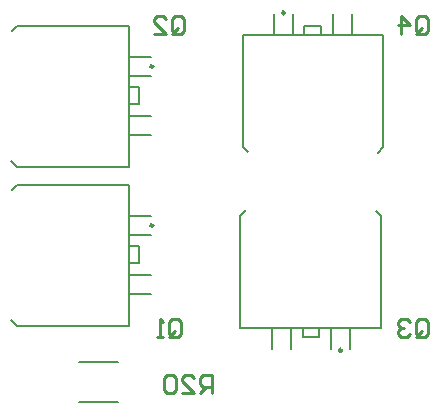
<source format=gbo>
G04*
G04 #@! TF.GenerationSoftware,Altium Limited,Altium Designer,18.1.11 (251)*
G04*
G04 Layer_Color=32896*
%FSLAX44Y44*%
%MOMM*%
G71*
G01*
G75*
%ADD10C,0.2500*%
%ADD11C,0.2000*%
%ADD12C,0.1270*%
%ADD16C,0.2540*%
D10*
X272310Y345770D02*
G03*
X272310Y345770I-1250J0D01*
G01*
X160965Y165820D02*
G03*
X160965Y165820I-1250J0D01*
G01*
X320740Y59995D02*
G03*
X320740Y59995I-1250J0D01*
G01*
X160965Y300440D02*
G03*
X160965Y300440I-1250J0D01*
G01*
D11*
X97800Y16270D02*
X130800D01*
X97800Y49770D02*
X130800D01*
D12*
X236910Y231785D02*
Y326785D01*
X355910Y231785D02*
Y326785D01*
X262910D02*
Y344785D01*
Y326785D02*
X278910D01*
Y344785D01*
X288910Y334785D02*
X302910D01*
Y326785D02*
Y334785D01*
X288910Y326785D02*
X302910D01*
X288910D02*
Y334785D01*
X328910Y326785D02*
Y344785D01*
X312910Y326785D02*
X328910D01*
X312910D02*
Y344785D01*
X236910Y326785D02*
X355910D01*
X236910Y231785D02*
X240910Y227785D01*
X350910Y226785D02*
X355910Y231785D01*
X45730Y199970D02*
X140730D01*
X45730Y80970D02*
X140730D01*
Y173970D02*
X158730D01*
X140730Y157970D02*
Y173970D01*
Y157970D02*
X158730D01*
X148730Y133970D02*
Y147970D01*
X140730Y133970D02*
X148730D01*
X140730D02*
Y147970D01*
X148730D01*
X140730Y107970D02*
X158730D01*
X140730D02*
Y123970D01*
X158730D01*
X140730Y80970D02*
Y199970D01*
X41730Y195970D02*
X45730Y199970D01*
X40730Y85970D02*
X45730Y80970D01*
X353640Y78980D02*
Y173980D01*
X234640Y78980D02*
Y173980D01*
X327640Y60980D02*
Y78980D01*
X311640D02*
X327640D01*
X311640Y60980D02*
Y78980D01*
X287640Y70980D02*
X301640D01*
X287640D02*
Y78980D01*
X301640D01*
Y70980D02*
Y78980D01*
X261640Y60980D02*
Y78980D01*
X277640D01*
Y60980D02*
Y78980D01*
X234640D02*
X353640D01*
X349640Y177980D02*
X353640Y173980D01*
X234640D02*
X239640Y178980D01*
X45730Y334590D02*
X140730D01*
X45730Y215590D02*
X140730D01*
Y308590D02*
X158730D01*
X140730Y292590D02*
Y308590D01*
Y292590D02*
X158730D01*
X148730Y268590D02*
Y282590D01*
X140730Y268590D02*
X148730D01*
X140730D02*
Y282590D01*
X148730D01*
X140730Y242590D02*
X158730D01*
X140730D02*
Y258590D01*
X158730D01*
X140730Y215590D02*
Y334590D01*
X41730Y330590D02*
X45730Y334590D01*
X40730Y220590D02*
X45730Y215590D01*
D16*
X383543Y330199D02*
Y340356D01*
X386082Y342895D01*
X391161D01*
X393700Y340356D01*
Y330199D01*
X391161Y327660D01*
X386082D01*
X388622Y332738D02*
X383543Y327660D01*
X386082D02*
X383543Y330199D01*
X370847Y327660D02*
Y342895D01*
X378465Y335277D01*
X368308D01*
X210820Y24130D02*
Y39365D01*
X203202D01*
X200663Y36826D01*
Y31748D01*
X203202Y29208D01*
X210820D01*
X205742D02*
X200663Y24130D01*
X185428D02*
X195585D01*
X185428Y34287D01*
Y36826D01*
X187967Y39365D01*
X193046D01*
X195585Y36826D01*
X180350D02*
X177811Y39365D01*
X172732D01*
X170193Y36826D01*
Y26669D01*
X172732Y24130D01*
X177811D01*
X180350Y26669D01*
Y36826D01*
X173993Y73659D02*
Y83816D01*
X176532Y86355D01*
X181611D01*
X184150Y83816D01*
Y73659D01*
X181611Y71120D01*
X176532D01*
X179072Y76198D02*
X173993Y71120D01*
X176532D02*
X173993Y73659D01*
X168915Y71120D02*
X163837D01*
X166376D01*
Y86355D01*
X168915Y83816D01*
X383543Y73659D02*
Y83816D01*
X386082Y86355D01*
X391161D01*
X393700Y83816D01*
Y73659D01*
X391161Y71120D01*
X386082D01*
X388622Y76198D02*
X383543Y71120D01*
X386082D02*
X383543Y73659D01*
X378465Y83816D02*
X375926Y86355D01*
X370847D01*
X368308Y83816D01*
Y81277D01*
X370847Y78738D01*
X373387D01*
X370847D01*
X368308Y76198D01*
Y73659D01*
X370847Y71120D01*
X375926D01*
X378465Y73659D01*
X176532Y330199D02*
Y340356D01*
X179072Y342895D01*
X184150D01*
X186689Y340356D01*
Y330199D01*
X184150Y327660D01*
X179072D01*
X181611Y332738D02*
X176532Y327660D01*
X179072D02*
X176532Y330199D01*
X161297Y327660D02*
X171454D01*
X161297Y337817D01*
Y340356D01*
X163837Y342895D01*
X168915D01*
X171454Y340356D01*
M02*

</source>
